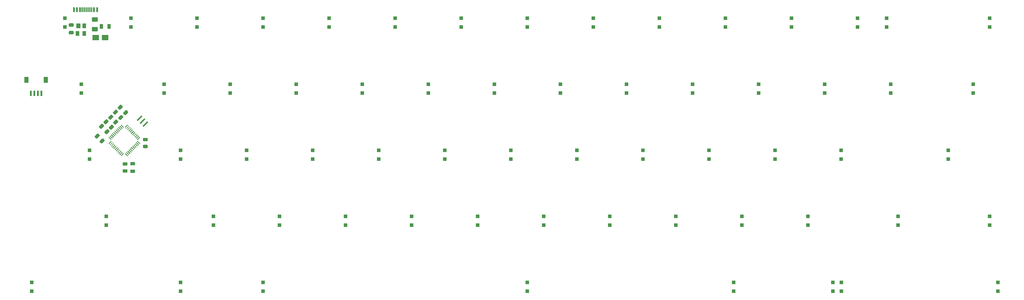
<source format=gbr>
G04 #@! TF.GenerationSoftware,KiCad,Pcbnew,(5.1.8)-1*
G04 #@! TF.CreationDate,2021-01-12T12:44:19+07:00*
G04 #@! TF.ProjectId,PCB-Common60,5043422d-436f-46d6-9d6f-6e36302e6b69,2*
G04 #@! TF.SameCoordinates,Original*
G04 #@! TF.FileFunction,Paste,Bot*
G04 #@! TF.FilePolarity,Positive*
%FSLAX46Y46*%
G04 Gerber Fmt 4.6, Leading zero omitted, Abs format (unit mm)*
G04 Created by KiCad (PCBNEW (5.1.8)-1) date 2021-01-12 12:44:19*
%MOMM*%
%LPD*%
G01*
G04 APERTURE LIST*
%ADD10R,1.200000X1.800000*%
%ADD11R,0.600000X1.550000*%
%ADD12C,0.100000*%
%ADD13R,1.000000X1.400000*%
%ADD14R,1.200000X1.400000*%
%ADD15R,1.000000X1.000000*%
%ADD16R,1.950000X1.500000*%
%ADD17R,0.300000X1.450000*%
%ADD18R,0.600000X1.450000*%
G04 APERTURE END LIST*
D10*
X-2385261Y-17796487D03*
X-7985261Y-17796487D03*
D11*
X-6685261Y-21671487D03*
X-5685261Y-21671487D03*
X-3685261Y-21671487D03*
X-4685261Y-21671487D03*
G36*
G01*
X26756729Y-35498647D02*
X25844229Y-35498647D01*
G75*
G02*
X25600479Y-35254897I0J243750D01*
G01*
X25600479Y-34767397D01*
G75*
G02*
X25844229Y-34523647I243750J0D01*
G01*
X26756729Y-34523647D01*
G75*
G02*
X27000479Y-34767397I0J-243750D01*
G01*
X27000479Y-35254897D01*
G75*
G02*
X26756729Y-35498647I-243750J0D01*
G01*
G37*
G36*
G01*
X26756729Y-37498647D02*
X25844229Y-37498647D01*
G75*
G02*
X25600479Y-37254897I0J243750D01*
G01*
X25600479Y-36767397D01*
G75*
G02*
X25844229Y-36523647I243750J0D01*
G01*
X26756729Y-36523647D01*
G75*
G02*
X27000479Y-36767397I0J-243750D01*
G01*
X27000479Y-37254897D01*
G75*
G02*
X26756729Y-37498647I-243750J0D01*
G01*
G37*
D12*
G36*
X25476165Y-31056898D02*
G01*
X26819668Y-29713395D01*
X27102511Y-29996238D01*
X25759008Y-31339741D01*
X25476165Y-31056898D01*
G37*
G36*
X24627637Y-30208370D02*
G01*
X25971140Y-28864867D01*
X26253983Y-29147710D01*
X24910480Y-30491213D01*
X24627637Y-30208370D01*
G37*
G36*
X23779109Y-29359842D02*
G01*
X25122612Y-28016339D01*
X25405455Y-28299182D01*
X24061952Y-29642685D01*
X23779109Y-29359842D01*
G37*
G36*
G01*
X12349469Y-1006347D02*
X11099469Y-1006347D01*
G75*
G02*
X10849469Y-756347I0J250000D01*
G01*
X10849469Y-6347D01*
G75*
G02*
X11099469Y243653I250000J0D01*
G01*
X12349469Y243653D01*
G75*
G02*
X12599469Y-6347I0J-250000D01*
G01*
X12599469Y-756347D01*
G75*
G02*
X12349469Y-1006347I-250000J0D01*
G01*
G37*
G36*
G01*
X12349469Y-3806347D02*
X11099469Y-3806347D01*
G75*
G02*
X10849469Y-3556347I0J250000D01*
G01*
X10849469Y-2806347D01*
G75*
G02*
X11099469Y-2556347I250000J0D01*
G01*
X12349469Y-2556347D01*
G75*
G02*
X12599469Y-2806347I0J-250000D01*
G01*
X12599469Y-3556347D01*
G75*
G02*
X12349469Y-3806347I-250000J0D01*
G01*
G37*
G36*
G01*
X15688810Y-34349962D02*
X15777198Y-34261574D01*
G75*
G02*
X15865586Y-34261574I44194J-44194D01*
G01*
X16537338Y-34933326D01*
G75*
G02*
X16537338Y-35021714I-44194J-44194D01*
G01*
X16448950Y-35110102D01*
G75*
G02*
X16360562Y-35110102I-44194J44194D01*
G01*
X15688810Y-34438350D01*
G75*
G02*
X15688810Y-34349962I44194J44194D01*
G01*
G37*
G36*
G01*
X16042364Y-33996409D02*
X16130752Y-33908021D01*
G75*
G02*
X16219140Y-33908021I44194J-44194D01*
G01*
X16890892Y-34579773D01*
G75*
G02*
X16890892Y-34668161I-44194J-44194D01*
G01*
X16802504Y-34756549D01*
G75*
G02*
X16714116Y-34756549I-44194J44194D01*
G01*
X16042364Y-34084797D01*
G75*
G02*
X16042364Y-33996409I44194J44194D01*
G01*
G37*
G36*
G01*
X16395917Y-33642855D02*
X16484305Y-33554467D01*
G75*
G02*
X16572693Y-33554467I44194J-44194D01*
G01*
X17244445Y-34226219D01*
G75*
G02*
X17244445Y-34314607I-44194J-44194D01*
G01*
X17156057Y-34402995D01*
G75*
G02*
X17067669Y-34402995I-44194J44194D01*
G01*
X16395917Y-33731243D01*
G75*
G02*
X16395917Y-33642855I44194J44194D01*
G01*
G37*
G36*
G01*
X16749470Y-33289302D02*
X16837858Y-33200914D01*
G75*
G02*
X16926246Y-33200914I44194J-44194D01*
G01*
X17597998Y-33872666D01*
G75*
G02*
X17597998Y-33961054I-44194J-44194D01*
G01*
X17509610Y-34049442D01*
G75*
G02*
X17421222Y-34049442I-44194J44194D01*
G01*
X16749470Y-33377690D01*
G75*
G02*
X16749470Y-33289302I44194J44194D01*
G01*
G37*
G36*
G01*
X17103024Y-32935749D02*
X17191412Y-32847361D01*
G75*
G02*
X17279800Y-32847361I44194J-44194D01*
G01*
X17951552Y-33519113D01*
G75*
G02*
X17951552Y-33607501I-44194J-44194D01*
G01*
X17863164Y-33695889D01*
G75*
G02*
X17774776Y-33695889I-44194J44194D01*
G01*
X17103024Y-33024137D01*
G75*
G02*
X17103024Y-32935749I44194J44194D01*
G01*
G37*
G36*
G01*
X17456577Y-32582195D02*
X17544965Y-32493807D01*
G75*
G02*
X17633353Y-32493807I44194J-44194D01*
G01*
X18305105Y-33165559D01*
G75*
G02*
X18305105Y-33253947I-44194J-44194D01*
G01*
X18216717Y-33342335D01*
G75*
G02*
X18128329Y-33342335I-44194J44194D01*
G01*
X17456577Y-32670583D01*
G75*
G02*
X17456577Y-32582195I44194J44194D01*
G01*
G37*
G36*
G01*
X17810131Y-32228642D02*
X17898519Y-32140254D01*
G75*
G02*
X17986907Y-32140254I44194J-44194D01*
G01*
X18658659Y-32812006D01*
G75*
G02*
X18658659Y-32900394I-44194J-44194D01*
G01*
X18570271Y-32988782D01*
G75*
G02*
X18481883Y-32988782I-44194J44194D01*
G01*
X17810131Y-32317030D01*
G75*
G02*
X17810131Y-32228642I44194J44194D01*
G01*
G37*
G36*
G01*
X18163684Y-31875088D02*
X18252072Y-31786700D01*
G75*
G02*
X18340460Y-31786700I44194J-44194D01*
G01*
X19012212Y-32458452D01*
G75*
G02*
X19012212Y-32546840I-44194J-44194D01*
G01*
X18923824Y-32635228D01*
G75*
G02*
X18835436Y-32635228I-44194J44194D01*
G01*
X18163684Y-31963476D01*
G75*
G02*
X18163684Y-31875088I44194J44194D01*
G01*
G37*
G36*
G01*
X18517237Y-31521535D02*
X18605625Y-31433147D01*
G75*
G02*
X18694013Y-31433147I44194J-44194D01*
G01*
X19365765Y-32104899D01*
G75*
G02*
X19365765Y-32193287I-44194J-44194D01*
G01*
X19277377Y-32281675D01*
G75*
G02*
X19188989Y-32281675I-44194J44194D01*
G01*
X18517237Y-31609923D01*
G75*
G02*
X18517237Y-31521535I44194J44194D01*
G01*
G37*
G36*
G01*
X18870791Y-31167982D02*
X18959179Y-31079594D01*
G75*
G02*
X19047567Y-31079594I44194J-44194D01*
G01*
X19719319Y-31751346D01*
G75*
G02*
X19719319Y-31839734I-44194J-44194D01*
G01*
X19630931Y-31928122D01*
G75*
G02*
X19542543Y-31928122I-44194J44194D01*
G01*
X18870791Y-31256370D01*
G75*
G02*
X18870791Y-31167982I44194J44194D01*
G01*
G37*
G36*
G01*
X19224344Y-30814428D02*
X19312732Y-30726040D01*
G75*
G02*
X19401120Y-30726040I44194J-44194D01*
G01*
X20072872Y-31397792D01*
G75*
G02*
X20072872Y-31486180I-44194J-44194D01*
G01*
X19984484Y-31574568D01*
G75*
G02*
X19896096Y-31574568I-44194J44194D01*
G01*
X19224344Y-30902816D01*
G75*
G02*
X19224344Y-30814428I44194J44194D01*
G01*
G37*
G36*
G01*
X20408748Y-31397792D02*
X21080500Y-30726040D01*
G75*
G02*
X21168888Y-30726040I44194J-44194D01*
G01*
X21257276Y-30814428D01*
G75*
G02*
X21257276Y-30902816I-44194J-44194D01*
G01*
X20585524Y-31574568D01*
G75*
G02*
X20497136Y-31574568I-44194J44194D01*
G01*
X20408748Y-31486180D01*
G75*
G02*
X20408748Y-31397792I44194J44194D01*
G01*
G37*
G36*
G01*
X20762301Y-31751346D02*
X21434053Y-31079594D01*
G75*
G02*
X21522441Y-31079594I44194J-44194D01*
G01*
X21610829Y-31167982D01*
G75*
G02*
X21610829Y-31256370I-44194J-44194D01*
G01*
X20939077Y-31928122D01*
G75*
G02*
X20850689Y-31928122I-44194J44194D01*
G01*
X20762301Y-31839734D01*
G75*
G02*
X20762301Y-31751346I44194J44194D01*
G01*
G37*
G36*
G01*
X21115855Y-32104899D02*
X21787607Y-31433147D01*
G75*
G02*
X21875995Y-31433147I44194J-44194D01*
G01*
X21964383Y-31521535D01*
G75*
G02*
X21964383Y-31609923I-44194J-44194D01*
G01*
X21292631Y-32281675D01*
G75*
G02*
X21204243Y-32281675I-44194J44194D01*
G01*
X21115855Y-32193287D01*
G75*
G02*
X21115855Y-32104899I44194J44194D01*
G01*
G37*
G36*
G01*
X21469408Y-32458452D02*
X22141160Y-31786700D01*
G75*
G02*
X22229548Y-31786700I44194J-44194D01*
G01*
X22317936Y-31875088D01*
G75*
G02*
X22317936Y-31963476I-44194J-44194D01*
G01*
X21646184Y-32635228D01*
G75*
G02*
X21557796Y-32635228I-44194J44194D01*
G01*
X21469408Y-32546840D01*
G75*
G02*
X21469408Y-32458452I44194J44194D01*
G01*
G37*
G36*
G01*
X21822961Y-32812006D02*
X22494713Y-32140254D01*
G75*
G02*
X22583101Y-32140254I44194J-44194D01*
G01*
X22671489Y-32228642D01*
G75*
G02*
X22671489Y-32317030I-44194J-44194D01*
G01*
X21999737Y-32988782D01*
G75*
G02*
X21911349Y-32988782I-44194J44194D01*
G01*
X21822961Y-32900394D01*
G75*
G02*
X21822961Y-32812006I44194J44194D01*
G01*
G37*
G36*
G01*
X22176515Y-33165559D02*
X22848267Y-32493807D01*
G75*
G02*
X22936655Y-32493807I44194J-44194D01*
G01*
X23025043Y-32582195D01*
G75*
G02*
X23025043Y-32670583I-44194J-44194D01*
G01*
X22353291Y-33342335D01*
G75*
G02*
X22264903Y-33342335I-44194J44194D01*
G01*
X22176515Y-33253947D01*
G75*
G02*
X22176515Y-33165559I44194J44194D01*
G01*
G37*
G36*
G01*
X22530068Y-33519113D02*
X23201820Y-32847361D01*
G75*
G02*
X23290208Y-32847361I44194J-44194D01*
G01*
X23378596Y-32935749D01*
G75*
G02*
X23378596Y-33024137I-44194J-44194D01*
G01*
X22706844Y-33695889D01*
G75*
G02*
X22618456Y-33695889I-44194J44194D01*
G01*
X22530068Y-33607501D01*
G75*
G02*
X22530068Y-33519113I44194J44194D01*
G01*
G37*
G36*
G01*
X22883622Y-33872666D02*
X23555374Y-33200914D01*
G75*
G02*
X23643762Y-33200914I44194J-44194D01*
G01*
X23732150Y-33289302D01*
G75*
G02*
X23732150Y-33377690I-44194J-44194D01*
G01*
X23060398Y-34049442D01*
G75*
G02*
X22972010Y-34049442I-44194J44194D01*
G01*
X22883622Y-33961054D01*
G75*
G02*
X22883622Y-33872666I44194J44194D01*
G01*
G37*
G36*
G01*
X23237175Y-34226219D02*
X23908927Y-33554467D01*
G75*
G02*
X23997315Y-33554467I44194J-44194D01*
G01*
X24085703Y-33642855D01*
G75*
G02*
X24085703Y-33731243I-44194J-44194D01*
G01*
X23413951Y-34402995D01*
G75*
G02*
X23325563Y-34402995I-44194J44194D01*
G01*
X23237175Y-34314607D01*
G75*
G02*
X23237175Y-34226219I44194J44194D01*
G01*
G37*
G36*
G01*
X23590728Y-34579773D02*
X24262480Y-33908021D01*
G75*
G02*
X24350868Y-33908021I44194J-44194D01*
G01*
X24439256Y-33996409D01*
G75*
G02*
X24439256Y-34084797I-44194J-44194D01*
G01*
X23767504Y-34756549D01*
G75*
G02*
X23679116Y-34756549I-44194J44194D01*
G01*
X23590728Y-34668161D01*
G75*
G02*
X23590728Y-34579773I44194J44194D01*
G01*
G37*
G36*
G01*
X23944282Y-34933326D02*
X24616034Y-34261574D01*
G75*
G02*
X24704422Y-34261574I44194J-44194D01*
G01*
X24792810Y-34349962D01*
G75*
G02*
X24792810Y-34438350I-44194J-44194D01*
G01*
X24121058Y-35110102D01*
G75*
G02*
X24032670Y-35110102I-44194J44194D01*
G01*
X23944282Y-35021714D01*
G75*
G02*
X23944282Y-34933326I44194J44194D01*
G01*
G37*
G36*
G01*
X23944282Y-35534366D02*
X24032670Y-35445978D01*
G75*
G02*
X24121058Y-35445978I44194J-44194D01*
G01*
X24792810Y-36117730D01*
G75*
G02*
X24792810Y-36206118I-44194J-44194D01*
G01*
X24704422Y-36294506D01*
G75*
G02*
X24616034Y-36294506I-44194J44194D01*
G01*
X23944282Y-35622754D01*
G75*
G02*
X23944282Y-35534366I44194J44194D01*
G01*
G37*
G36*
G01*
X23590728Y-35887919D02*
X23679116Y-35799531D01*
G75*
G02*
X23767504Y-35799531I44194J-44194D01*
G01*
X24439256Y-36471283D01*
G75*
G02*
X24439256Y-36559671I-44194J-44194D01*
G01*
X24350868Y-36648059D01*
G75*
G02*
X24262480Y-36648059I-44194J44194D01*
G01*
X23590728Y-35976307D01*
G75*
G02*
X23590728Y-35887919I44194J44194D01*
G01*
G37*
G36*
G01*
X23237175Y-36241473D02*
X23325563Y-36153085D01*
G75*
G02*
X23413951Y-36153085I44194J-44194D01*
G01*
X24085703Y-36824837D01*
G75*
G02*
X24085703Y-36913225I-44194J-44194D01*
G01*
X23997315Y-37001613D01*
G75*
G02*
X23908927Y-37001613I-44194J44194D01*
G01*
X23237175Y-36329861D01*
G75*
G02*
X23237175Y-36241473I44194J44194D01*
G01*
G37*
G36*
G01*
X22883622Y-36595026D02*
X22972010Y-36506638D01*
G75*
G02*
X23060398Y-36506638I44194J-44194D01*
G01*
X23732150Y-37178390D01*
G75*
G02*
X23732150Y-37266778I-44194J-44194D01*
G01*
X23643762Y-37355166D01*
G75*
G02*
X23555374Y-37355166I-44194J44194D01*
G01*
X22883622Y-36683414D01*
G75*
G02*
X22883622Y-36595026I44194J44194D01*
G01*
G37*
G36*
G01*
X22530068Y-36948579D02*
X22618456Y-36860191D01*
G75*
G02*
X22706844Y-36860191I44194J-44194D01*
G01*
X23378596Y-37531943D01*
G75*
G02*
X23378596Y-37620331I-44194J-44194D01*
G01*
X23290208Y-37708719D01*
G75*
G02*
X23201820Y-37708719I-44194J44194D01*
G01*
X22530068Y-37036967D01*
G75*
G02*
X22530068Y-36948579I44194J44194D01*
G01*
G37*
G36*
G01*
X22176515Y-37302133D02*
X22264903Y-37213745D01*
G75*
G02*
X22353291Y-37213745I44194J-44194D01*
G01*
X23025043Y-37885497D01*
G75*
G02*
X23025043Y-37973885I-44194J-44194D01*
G01*
X22936655Y-38062273D01*
G75*
G02*
X22848267Y-38062273I-44194J44194D01*
G01*
X22176515Y-37390521D01*
G75*
G02*
X22176515Y-37302133I44194J44194D01*
G01*
G37*
G36*
G01*
X21822961Y-37655686D02*
X21911349Y-37567298D01*
G75*
G02*
X21999737Y-37567298I44194J-44194D01*
G01*
X22671489Y-38239050D01*
G75*
G02*
X22671489Y-38327438I-44194J-44194D01*
G01*
X22583101Y-38415826D01*
G75*
G02*
X22494713Y-38415826I-44194J44194D01*
G01*
X21822961Y-37744074D01*
G75*
G02*
X21822961Y-37655686I44194J44194D01*
G01*
G37*
G36*
G01*
X21469408Y-38009240D02*
X21557796Y-37920852D01*
G75*
G02*
X21646184Y-37920852I44194J-44194D01*
G01*
X22317936Y-38592604D01*
G75*
G02*
X22317936Y-38680992I-44194J-44194D01*
G01*
X22229548Y-38769380D01*
G75*
G02*
X22141160Y-38769380I-44194J44194D01*
G01*
X21469408Y-38097628D01*
G75*
G02*
X21469408Y-38009240I44194J44194D01*
G01*
G37*
G36*
G01*
X21115855Y-38362793D02*
X21204243Y-38274405D01*
G75*
G02*
X21292631Y-38274405I44194J-44194D01*
G01*
X21964383Y-38946157D01*
G75*
G02*
X21964383Y-39034545I-44194J-44194D01*
G01*
X21875995Y-39122933D01*
G75*
G02*
X21787607Y-39122933I-44194J44194D01*
G01*
X21115855Y-38451181D01*
G75*
G02*
X21115855Y-38362793I44194J44194D01*
G01*
G37*
G36*
G01*
X20762301Y-38716346D02*
X20850689Y-38627958D01*
G75*
G02*
X20939077Y-38627958I44194J-44194D01*
G01*
X21610829Y-39299710D01*
G75*
G02*
X21610829Y-39388098I-44194J-44194D01*
G01*
X21522441Y-39476486D01*
G75*
G02*
X21434053Y-39476486I-44194J44194D01*
G01*
X20762301Y-38804734D01*
G75*
G02*
X20762301Y-38716346I44194J44194D01*
G01*
G37*
G36*
G01*
X20408748Y-39069900D02*
X20497136Y-38981512D01*
G75*
G02*
X20585524Y-38981512I44194J-44194D01*
G01*
X21257276Y-39653264D01*
G75*
G02*
X21257276Y-39741652I-44194J-44194D01*
G01*
X21168888Y-39830040D01*
G75*
G02*
X21080500Y-39830040I-44194J44194D01*
G01*
X20408748Y-39158288D01*
G75*
G02*
X20408748Y-39069900I44194J44194D01*
G01*
G37*
G36*
G01*
X19224344Y-39653264D02*
X19896096Y-38981512D01*
G75*
G02*
X19984484Y-38981512I44194J-44194D01*
G01*
X20072872Y-39069900D01*
G75*
G02*
X20072872Y-39158288I-44194J-44194D01*
G01*
X19401120Y-39830040D01*
G75*
G02*
X19312732Y-39830040I-44194J44194D01*
G01*
X19224344Y-39741652D01*
G75*
G02*
X19224344Y-39653264I44194J44194D01*
G01*
G37*
G36*
G01*
X18870791Y-39299710D02*
X19542543Y-38627958D01*
G75*
G02*
X19630931Y-38627958I44194J-44194D01*
G01*
X19719319Y-38716346D01*
G75*
G02*
X19719319Y-38804734I-44194J-44194D01*
G01*
X19047567Y-39476486D01*
G75*
G02*
X18959179Y-39476486I-44194J44194D01*
G01*
X18870791Y-39388098D01*
G75*
G02*
X18870791Y-39299710I44194J44194D01*
G01*
G37*
G36*
G01*
X18517237Y-38946157D02*
X19188989Y-38274405D01*
G75*
G02*
X19277377Y-38274405I44194J-44194D01*
G01*
X19365765Y-38362793D01*
G75*
G02*
X19365765Y-38451181I-44194J-44194D01*
G01*
X18694013Y-39122933D01*
G75*
G02*
X18605625Y-39122933I-44194J44194D01*
G01*
X18517237Y-39034545D01*
G75*
G02*
X18517237Y-38946157I44194J44194D01*
G01*
G37*
G36*
G01*
X18163684Y-38592604D02*
X18835436Y-37920852D01*
G75*
G02*
X18923824Y-37920852I44194J-44194D01*
G01*
X19012212Y-38009240D01*
G75*
G02*
X19012212Y-38097628I-44194J-44194D01*
G01*
X18340460Y-38769380D01*
G75*
G02*
X18252072Y-38769380I-44194J44194D01*
G01*
X18163684Y-38680992D01*
G75*
G02*
X18163684Y-38592604I44194J44194D01*
G01*
G37*
G36*
G01*
X17810131Y-38239050D02*
X18481883Y-37567298D01*
G75*
G02*
X18570271Y-37567298I44194J-44194D01*
G01*
X18658659Y-37655686D01*
G75*
G02*
X18658659Y-37744074I-44194J-44194D01*
G01*
X17986907Y-38415826D01*
G75*
G02*
X17898519Y-38415826I-44194J44194D01*
G01*
X17810131Y-38327438D01*
G75*
G02*
X17810131Y-38239050I44194J44194D01*
G01*
G37*
G36*
G01*
X17456577Y-37885497D02*
X18128329Y-37213745D01*
G75*
G02*
X18216717Y-37213745I44194J-44194D01*
G01*
X18305105Y-37302133D01*
G75*
G02*
X18305105Y-37390521I-44194J-44194D01*
G01*
X17633353Y-38062273D01*
G75*
G02*
X17544965Y-38062273I-44194J44194D01*
G01*
X17456577Y-37973885D01*
G75*
G02*
X17456577Y-37885497I44194J44194D01*
G01*
G37*
G36*
G01*
X17103024Y-37531943D02*
X17774776Y-36860191D01*
G75*
G02*
X17863164Y-36860191I44194J-44194D01*
G01*
X17951552Y-36948579D01*
G75*
G02*
X17951552Y-37036967I-44194J-44194D01*
G01*
X17279800Y-37708719D01*
G75*
G02*
X17191412Y-37708719I-44194J44194D01*
G01*
X17103024Y-37620331D01*
G75*
G02*
X17103024Y-37531943I44194J44194D01*
G01*
G37*
G36*
G01*
X16749470Y-37178390D02*
X17421222Y-36506638D01*
G75*
G02*
X17509610Y-36506638I44194J-44194D01*
G01*
X17597998Y-36595026D01*
G75*
G02*
X17597998Y-36683414I-44194J-44194D01*
G01*
X16926246Y-37355166D01*
G75*
G02*
X16837858Y-37355166I-44194J44194D01*
G01*
X16749470Y-37266778D01*
G75*
G02*
X16749470Y-37178390I44194J44194D01*
G01*
G37*
G36*
G01*
X16395917Y-36824837D02*
X17067669Y-36153085D01*
G75*
G02*
X17156057Y-36153085I44194J-44194D01*
G01*
X17244445Y-36241473D01*
G75*
G02*
X17244445Y-36329861I-44194J-44194D01*
G01*
X16572693Y-37001613D01*
G75*
G02*
X16484305Y-37001613I-44194J44194D01*
G01*
X16395917Y-36913225D01*
G75*
G02*
X16395917Y-36824837I44194J44194D01*
G01*
G37*
G36*
G01*
X16042364Y-36471283D02*
X16714116Y-35799531D01*
G75*
G02*
X16802504Y-35799531I44194J-44194D01*
G01*
X16890892Y-35887919D01*
G75*
G02*
X16890892Y-35976307I-44194J-44194D01*
G01*
X16219140Y-36648059D01*
G75*
G02*
X16130752Y-36648059I-44194J44194D01*
G01*
X16042364Y-36559671D01*
G75*
G02*
X16042364Y-36471283I44194J44194D01*
G01*
G37*
G36*
G01*
X15688810Y-36117730D02*
X16360562Y-35445978D01*
G75*
G02*
X16448950Y-35445978I44194J-44194D01*
G01*
X16537338Y-35534366D01*
G75*
G02*
X16537338Y-35622754I-44194J-44194D01*
G01*
X15865586Y-36294506D01*
G75*
G02*
X15777198Y-36294506I-44194J44194D01*
G01*
X15688810Y-36206118D01*
G75*
G02*
X15688810Y-36117730I44194J44194D01*
G01*
G37*
D13*
X6776680Y-4402000D03*
X8676680Y-4402000D03*
X8676680Y-2202000D03*
D14*
X6956680Y-2202000D03*
D15*
X224557250Y-76240640D03*
X224557250Y-78740640D03*
X269801190Y-57190560D03*
X269801190Y-59690560D03*
X243413470Y-57190560D03*
X243413470Y-59690560D03*
X257894890Y-38140480D03*
X257894890Y-40640480D03*
X265038670Y-19090400D03*
X265038670Y-21590400D03*
X240035440Y-40320D03*
X240035440Y-2540320D03*
X241226070Y-19090400D03*
X241226070Y-21590400D03*
X231701030Y-40320D03*
X231701030Y-2540320D03*
X272182450Y-76240640D03*
X272182450Y-78740640D03*
X217413470Y-57190560D03*
X217413470Y-59690560D03*
X226938510Y-38140480D03*
X226938510Y-40640480D03*
X222175990Y-19090400D03*
X222175990Y-21590400D03*
X212650950Y-40320D03*
X212650950Y-2540320D03*
X227000000Y-76240640D03*
X227000000Y-78740640D03*
X198363390Y-57190560D03*
X198363390Y-59690560D03*
X207888430Y-38140480D03*
X207888430Y-40640480D03*
X203125910Y-19090400D03*
X203125910Y-21590400D03*
X193600870Y-40320D03*
X193600870Y-2540320D03*
X195982130Y-76240640D03*
X195982130Y-78740640D03*
X179313310Y-57190560D03*
X179313310Y-59690560D03*
X188838350Y-38140480D03*
X188838350Y-40640480D03*
X184075830Y-19090400D03*
X184075830Y-21590400D03*
X174550790Y-40320D03*
X174550790Y-2540320D03*
X269801190Y-40320D03*
X269801190Y-2540320D03*
X160263230Y-57190560D03*
X160263230Y-59690560D03*
X169788270Y-38140480D03*
X169788270Y-40640480D03*
X165025750Y-19090400D03*
X165025750Y-21590400D03*
X155500710Y-40320D03*
X155500710Y-2540320D03*
X141213150Y-57190560D03*
X141213150Y-59690560D03*
X150738190Y-38140480D03*
X150738190Y-40640480D03*
X145975670Y-19090400D03*
X145975670Y-21590400D03*
X136450630Y-40320D03*
X136450630Y-2540320D03*
X136450630Y-76240640D03*
X136450630Y-78740640D03*
X122163070Y-57190560D03*
X122163070Y-59690560D03*
X131688110Y-38140480D03*
X131688110Y-40640480D03*
X126925590Y-19090400D03*
X126925590Y-21590400D03*
X117400550Y-40320D03*
X117400550Y-2540320D03*
X103112990Y-57190560D03*
X103112990Y-59690560D03*
X112638030Y-38140480D03*
X112638030Y-40640480D03*
X107875510Y-19090400D03*
X107875510Y-21590400D03*
X98350470Y-40320D03*
X98350470Y-2540320D03*
X84062910Y-57190560D03*
X84062910Y-59690560D03*
X93587950Y-38140480D03*
X93587950Y-40640480D03*
X88825430Y-19090400D03*
X88825430Y-21590400D03*
X79300390Y-40320D03*
X79300390Y-2540320D03*
X65012830Y-57190560D03*
X65012830Y-59690560D03*
X74537870Y-38140480D03*
X74537870Y-40640480D03*
X69775350Y-19090400D03*
X69775350Y-21590400D03*
X60250310Y-40320D03*
X60250310Y-2540320D03*
X60250310Y-76240640D03*
X60250310Y-78740640D03*
X45962750Y-57190560D03*
X45962750Y-59690560D03*
X55487790Y-38140480D03*
X55487790Y-40640480D03*
X50725270Y-19090400D03*
X50725270Y-21590400D03*
X41200230Y-40320D03*
X41200230Y-2540320D03*
X36437710Y-76240640D03*
X36437710Y-78740640D03*
X36437710Y-38140480D03*
X36437710Y-40640480D03*
X31675190Y-19090400D03*
X31675190Y-21590400D03*
X22150150Y-40320D03*
X22150150Y-2540320D03*
X-6500000Y-76240640D03*
X-6500000Y-78740640D03*
X15006370Y-57190560D03*
X15006370Y-59690560D03*
X10243850Y-38140480D03*
X10243850Y-40640480D03*
X7862590Y-19090400D03*
X7862590Y-21590400D03*
X3100070Y-40320D03*
X3100070Y-2540320D03*
G36*
G01*
X5378770Y-4673600D02*
X4466270Y-4673600D01*
G75*
G02*
X4222520Y-4429850I0J243750D01*
G01*
X4222520Y-3942350D01*
G75*
G02*
X4466270Y-3698600I243750J0D01*
G01*
X5378770Y-3698600D01*
G75*
G02*
X5622520Y-3942350I0J-243750D01*
G01*
X5622520Y-4429850D01*
G75*
G02*
X5378770Y-4673600I-243750J0D01*
G01*
G37*
G36*
G01*
X5378770Y-2473600D02*
X4466270Y-2473600D01*
G75*
G02*
X4222520Y-2229850I0J243750D01*
G01*
X4222520Y-1742350D01*
G75*
G02*
X4466270Y-1498600I243750J0D01*
G01*
X5378770Y-1498600D01*
G75*
G02*
X5622520Y-1742350I0J-243750D01*
G01*
X5622520Y-2229850D01*
G75*
G02*
X5378770Y-2473600I-243750J0D01*
G01*
G37*
G36*
G01*
X16311969Y-1925097D02*
X16311969Y-2837597D01*
G75*
G02*
X16068219Y-3081347I-243750J0D01*
G01*
X15580719Y-3081347D01*
G75*
G02*
X15336969Y-2837597I0J243750D01*
G01*
X15336969Y-1925097D01*
G75*
G02*
X15580719Y-1681347I243750J0D01*
G01*
X16068219Y-1681347D01*
G75*
G02*
X16311969Y-1925097I0J-243750D01*
G01*
G37*
G36*
G01*
X14111969Y-1925097D02*
X14111969Y-2837597D01*
G75*
G02*
X13868219Y-3081347I-243750J0D01*
G01*
X13380719Y-3081347D01*
G75*
G02*
X13136969Y-2837597I0J243750D01*
G01*
X13136969Y-1925097D01*
G75*
G02*
X13380719Y-1681347I243750J0D01*
G01*
X13868219Y-1681347D01*
G75*
G02*
X14111969Y-1925097I0J-243750D01*
G01*
G37*
G36*
G01*
X16995661Y-27078126D02*
X17640896Y-26432891D01*
G75*
G02*
X17985610Y-26432891I172357J-172357D01*
G01*
X18330325Y-26777606D01*
G75*
G02*
X18330325Y-27122320I-172357J-172357D01*
G01*
X17685090Y-27767555D01*
G75*
G02*
X17340376Y-27767555I-172357J172357D01*
G01*
X16995661Y-27422840D01*
G75*
G02*
X16995661Y-27078126I172357J172357D01*
G01*
G37*
G36*
G01*
X18551295Y-28633760D02*
X19196530Y-27988525D01*
G75*
G02*
X19541244Y-27988525I172357J-172357D01*
G01*
X19885959Y-28333240D01*
G75*
G02*
X19885959Y-28677954I-172357J-172357D01*
G01*
X19240724Y-29323189D01*
G75*
G02*
X18896010Y-29323189I-172357J172357D01*
G01*
X18551295Y-28978474D01*
G75*
G02*
X18551295Y-28633760I172357J172357D01*
G01*
G37*
G36*
G01*
X23090300Y-44660460D02*
X22177800Y-44660460D01*
G75*
G02*
X21934050Y-44416710I0J243750D01*
G01*
X21934050Y-43929210D01*
G75*
G02*
X22177800Y-43685460I243750J0D01*
G01*
X23090300Y-43685460D01*
G75*
G02*
X23334050Y-43929210I0J-243750D01*
G01*
X23334050Y-44416710D01*
G75*
G02*
X23090300Y-44660460I-243750J0D01*
G01*
G37*
G36*
G01*
X23090300Y-42460460D02*
X22177800Y-42460460D01*
G75*
G02*
X21934050Y-42216710I0J243750D01*
G01*
X21934050Y-41729210D01*
G75*
G02*
X22177800Y-41485460I243750J0D01*
G01*
X23090300Y-41485460D01*
G75*
G02*
X23334050Y-41729210I0J-243750D01*
G01*
X23334050Y-42216710D01*
G75*
G02*
X23090300Y-42460460I-243750J0D01*
G01*
G37*
G36*
G01*
X17185959Y-31477954D02*
X16540724Y-32123189D01*
G75*
G02*
X16196010Y-32123189I-172357J172357D01*
G01*
X15851295Y-31778474D01*
G75*
G02*
X15851295Y-31433760I172357J172357D01*
G01*
X16496530Y-30788525D01*
G75*
G02*
X16841244Y-30788525I172357J-172357D01*
G01*
X17185959Y-31133240D01*
G75*
G02*
X17185959Y-31477954I-172357J-172357D01*
G01*
G37*
G36*
G01*
X15630325Y-29922320D02*
X14985090Y-30567555D01*
G75*
G02*
X14640376Y-30567555I-172357J172357D01*
G01*
X14295661Y-30222840D01*
G75*
G02*
X14295661Y-29878126I172357J172357D01*
G01*
X14940896Y-29232891D01*
G75*
G02*
X15285610Y-29232891I172357J-172357D01*
G01*
X15630325Y-29577606D01*
G75*
G02*
X15630325Y-29922320I-172357J-172357D01*
G01*
G37*
G36*
G01*
X15885959Y-32777954D02*
X15240724Y-33423189D01*
G75*
G02*
X14896010Y-33423189I-172357J172357D01*
G01*
X14551295Y-33078474D01*
G75*
G02*
X14551295Y-32733760I172357J172357D01*
G01*
X15196530Y-32088525D01*
G75*
G02*
X15541244Y-32088525I172357J-172357D01*
G01*
X15885959Y-32433240D01*
G75*
G02*
X15885959Y-32777954I-172357J-172357D01*
G01*
G37*
G36*
G01*
X14330325Y-31222320D02*
X13685090Y-31867555D01*
G75*
G02*
X13340376Y-31867555I-172357J172357D01*
G01*
X12995661Y-31522840D01*
G75*
G02*
X12995661Y-31178126I172357J172357D01*
G01*
X13640896Y-30532891D01*
G75*
G02*
X13985610Y-30532891I172357J-172357D01*
G01*
X14330325Y-30877606D01*
G75*
G02*
X14330325Y-31222320I-172357J-172357D01*
G01*
G37*
G36*
G01*
X21285959Y-27277954D02*
X20640724Y-27923189D01*
G75*
G02*
X20296010Y-27923189I-172357J172357D01*
G01*
X19951295Y-27578474D01*
G75*
G02*
X19951295Y-27233760I172357J172357D01*
G01*
X20596530Y-26588525D01*
G75*
G02*
X20941244Y-26588525I172357J-172357D01*
G01*
X21285959Y-26933240D01*
G75*
G02*
X21285959Y-27277954I-172357J-172357D01*
G01*
G37*
G36*
G01*
X19730325Y-25722320D02*
X19085090Y-26367555D01*
G75*
G02*
X18740376Y-26367555I-172357J172357D01*
G01*
X18395661Y-26022840D01*
G75*
G02*
X18395661Y-25678126I172357J172357D01*
G01*
X19040896Y-25032891D01*
G75*
G02*
X19385610Y-25032891I172357J-172357D01*
G01*
X19730325Y-25377606D01*
G75*
G02*
X19730325Y-25722320I-172357J-172357D01*
G01*
G37*
G36*
G01*
X19977800Y-43585460D02*
X20890300Y-43585460D01*
G75*
G02*
X21134050Y-43829210I0J-243750D01*
G01*
X21134050Y-44316710D01*
G75*
G02*
X20890300Y-44560460I-243750J0D01*
G01*
X19977800Y-44560460D01*
G75*
G02*
X19734050Y-44316710I0J243750D01*
G01*
X19734050Y-43829210D01*
G75*
G02*
X19977800Y-43585460I243750J0D01*
G01*
G37*
G36*
G01*
X19977800Y-41585460D02*
X20890300Y-41585460D01*
G75*
G02*
X21134050Y-41829210I0J-243750D01*
G01*
X21134050Y-42316710D01*
G75*
G02*
X20890300Y-42560460I-243750J0D01*
G01*
X19977800Y-42560460D01*
G75*
G02*
X19734050Y-42316710I0J243750D01*
G01*
X19734050Y-41829210D01*
G75*
G02*
X19977800Y-41585460I243750J0D01*
G01*
G37*
G36*
G01*
X17001035Y-28593030D02*
X16355800Y-29238265D01*
G75*
G02*
X16011086Y-29238265I-172357J172357D01*
G01*
X15666371Y-28893550D01*
G75*
G02*
X15666371Y-28548836I172357J172357D01*
G01*
X16311606Y-27903601D01*
G75*
G02*
X16656320Y-27903601I172357J-172357D01*
G01*
X17001035Y-28248316D01*
G75*
G02*
X17001035Y-28593030I-172357J-172357D01*
G01*
G37*
G36*
G01*
X18415249Y-30007244D02*
X17770014Y-30652479D01*
G75*
G02*
X17425300Y-30652479I-172357J172357D01*
G01*
X17080585Y-30307764D01*
G75*
G02*
X17080585Y-29963050I172357J172357D01*
G01*
X17725820Y-29317815D01*
G75*
G02*
X18070534Y-29317815I172357J-172357D01*
G01*
X18415249Y-29662530D01*
G75*
G02*
X18415249Y-30007244I-172357J-172357D01*
G01*
G37*
G36*
G01*
X13082795Y-34044330D02*
X12437560Y-34689565D01*
G75*
G02*
X12092846Y-34689565I-172357J172357D01*
G01*
X11748131Y-34344850D01*
G75*
G02*
X11748131Y-34000136I172357J172357D01*
G01*
X12393366Y-33354901D01*
G75*
G02*
X12738080Y-33354901I172357J-172357D01*
G01*
X13082795Y-33699616D01*
G75*
G02*
X13082795Y-34044330I-172357J-172357D01*
G01*
G37*
G36*
G01*
X14497009Y-35458544D02*
X13851774Y-36103779D01*
G75*
G02*
X13507060Y-36103779I-172357J172357D01*
G01*
X13162345Y-35759064D01*
G75*
G02*
X13162345Y-35414350I172357J172357D01*
G01*
X13807580Y-34769115D01*
G75*
G02*
X14152294Y-34769115I172357J-172357D01*
G01*
X14497009Y-35113830D01*
G75*
G02*
X14497009Y-35458544I-172357J-172357D01*
G01*
G37*
D16*
X14724469Y-5581347D03*
X11974469Y-5581347D03*
D17*
X8787320Y2454840D03*
X9287320Y2454840D03*
X9787320Y2454840D03*
X8287320Y2454840D03*
X10287320Y2454840D03*
X7787320Y2454840D03*
X10787320Y2454840D03*
X7287320Y2454840D03*
D18*
X6587320Y2454840D03*
X11487320Y2454840D03*
X5687320Y2454840D03*
X12387320Y2454840D03*
M02*

</source>
